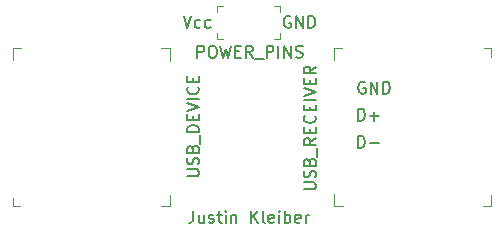
<source format=gbr>
G04 #@! TF.GenerationSoftware,KiCad,Pcbnew,5.1.2-f72e74a~84~ubuntu16.04.1*
G04 #@! TF.CreationDate,2019-07-15T19:55:09-04:00*
G04 #@! TF.ProjectId,usb-webcam-interface,7573622d-7765-4626-9361-6d2d696e7465,rev?*
G04 #@! TF.SameCoordinates,Original*
G04 #@! TF.FileFunction,Legend,Top*
G04 #@! TF.FilePolarity,Positive*
%FSLAX46Y46*%
G04 Gerber Fmt 4.6, Leading zero omitted, Abs format (unit mm)*
G04 Created by KiCad (PCBNEW 5.1.2-f72e74a~84~ubuntu16.04.1) date 2019-07-15 19:55:09*
%MOMM*%
%LPD*%
G04 APERTURE LIST*
%ADD10C,0.150000*%
%ADD11C,0.100000*%
G04 APERTURE END LIST*
D10*
X82129523Y-65492380D02*
X82462857Y-66492380D01*
X82796190Y-65492380D01*
X83558095Y-66444761D02*
X83462857Y-66492380D01*
X83272380Y-66492380D01*
X83177142Y-66444761D01*
X83129523Y-66397142D01*
X83081904Y-66301904D01*
X83081904Y-66016190D01*
X83129523Y-65920952D01*
X83177142Y-65873333D01*
X83272380Y-65825714D01*
X83462857Y-65825714D01*
X83558095Y-65873333D01*
X84415238Y-66444761D02*
X84320000Y-66492380D01*
X84129523Y-66492380D01*
X84034285Y-66444761D01*
X83986666Y-66397142D01*
X83939047Y-66301904D01*
X83939047Y-66016190D01*
X83986666Y-65920952D01*
X84034285Y-65873333D01*
X84129523Y-65825714D01*
X84320000Y-65825714D01*
X84415238Y-65873333D01*
X91178095Y-65540000D02*
X91082857Y-65492380D01*
X90940000Y-65492380D01*
X90797142Y-65540000D01*
X90701904Y-65635238D01*
X90654285Y-65730476D01*
X90606666Y-65920952D01*
X90606666Y-66063809D01*
X90654285Y-66254285D01*
X90701904Y-66349523D01*
X90797142Y-66444761D01*
X90940000Y-66492380D01*
X91035238Y-66492380D01*
X91178095Y-66444761D01*
X91225714Y-66397142D01*
X91225714Y-66063809D01*
X91035238Y-66063809D01*
X91654285Y-66492380D02*
X91654285Y-65492380D01*
X92225714Y-66492380D01*
X92225714Y-65492380D01*
X92701904Y-66492380D02*
X92701904Y-65492380D01*
X92940000Y-65492380D01*
X93082857Y-65540000D01*
X93178095Y-65635238D01*
X93225714Y-65730476D01*
X93273333Y-65920952D01*
X93273333Y-66063809D01*
X93225714Y-66254285D01*
X93178095Y-66349523D01*
X93082857Y-66444761D01*
X92940000Y-66492380D01*
X92701904Y-66492380D01*
X96909047Y-76652380D02*
X96909047Y-75652380D01*
X97147142Y-75652380D01*
X97290000Y-75700000D01*
X97385238Y-75795238D01*
X97432857Y-75890476D01*
X97480476Y-76080952D01*
X97480476Y-76223809D01*
X97432857Y-76414285D01*
X97385238Y-76509523D01*
X97290000Y-76604761D01*
X97147142Y-76652380D01*
X96909047Y-76652380D01*
X97909047Y-76271428D02*
X98670952Y-76271428D01*
X96909047Y-74362380D02*
X96909047Y-73362380D01*
X97147142Y-73362380D01*
X97290000Y-73410000D01*
X97385238Y-73505238D01*
X97432857Y-73600476D01*
X97480476Y-73790952D01*
X97480476Y-73933809D01*
X97432857Y-74124285D01*
X97385238Y-74219523D01*
X97290000Y-74314761D01*
X97147142Y-74362380D01*
X96909047Y-74362380D01*
X97909047Y-73981428D02*
X98670952Y-73981428D01*
X98290000Y-74362380D02*
X98290000Y-73600476D01*
X97498095Y-71120000D02*
X97402857Y-71072380D01*
X97260000Y-71072380D01*
X97117142Y-71120000D01*
X97021904Y-71215238D01*
X96974285Y-71310476D01*
X96926666Y-71500952D01*
X96926666Y-71643809D01*
X96974285Y-71834285D01*
X97021904Y-71929523D01*
X97117142Y-72024761D01*
X97260000Y-72072380D01*
X97355238Y-72072380D01*
X97498095Y-72024761D01*
X97545714Y-71977142D01*
X97545714Y-71643809D01*
X97355238Y-71643809D01*
X97974285Y-72072380D02*
X97974285Y-71072380D01*
X98545714Y-72072380D01*
X98545714Y-71072380D01*
X99021904Y-72072380D02*
X99021904Y-71072380D01*
X99260000Y-71072380D01*
X99402857Y-71120000D01*
X99498095Y-71215238D01*
X99545714Y-71310476D01*
X99593333Y-71500952D01*
X99593333Y-71643809D01*
X99545714Y-71834285D01*
X99498095Y-71929523D01*
X99402857Y-72024761D01*
X99260000Y-72072380D01*
X99021904Y-72072380D01*
X82939523Y-82002380D02*
X82939523Y-82716666D01*
X82891904Y-82859523D01*
X82796666Y-82954761D01*
X82653809Y-83002380D01*
X82558571Y-83002380D01*
X83844285Y-82335714D02*
X83844285Y-83002380D01*
X83415714Y-82335714D02*
X83415714Y-82859523D01*
X83463333Y-82954761D01*
X83558571Y-83002380D01*
X83701428Y-83002380D01*
X83796666Y-82954761D01*
X83844285Y-82907142D01*
X84272857Y-82954761D02*
X84368095Y-83002380D01*
X84558571Y-83002380D01*
X84653809Y-82954761D01*
X84701428Y-82859523D01*
X84701428Y-82811904D01*
X84653809Y-82716666D01*
X84558571Y-82669047D01*
X84415714Y-82669047D01*
X84320476Y-82621428D01*
X84272857Y-82526190D01*
X84272857Y-82478571D01*
X84320476Y-82383333D01*
X84415714Y-82335714D01*
X84558571Y-82335714D01*
X84653809Y-82383333D01*
X84987142Y-82335714D02*
X85368095Y-82335714D01*
X85130000Y-82002380D02*
X85130000Y-82859523D01*
X85177619Y-82954761D01*
X85272857Y-83002380D01*
X85368095Y-83002380D01*
X85701428Y-83002380D02*
X85701428Y-82335714D01*
X85701428Y-82002380D02*
X85653809Y-82050000D01*
X85701428Y-82097619D01*
X85749047Y-82050000D01*
X85701428Y-82002380D01*
X85701428Y-82097619D01*
X86177619Y-82335714D02*
X86177619Y-83002380D01*
X86177619Y-82430952D02*
X86225238Y-82383333D01*
X86320476Y-82335714D01*
X86463333Y-82335714D01*
X86558571Y-82383333D01*
X86606190Y-82478571D01*
X86606190Y-83002380D01*
X87844285Y-83002380D02*
X87844285Y-82002380D01*
X88415714Y-83002380D02*
X87987142Y-82430952D01*
X88415714Y-82002380D02*
X87844285Y-82573809D01*
X88987142Y-83002380D02*
X88891904Y-82954761D01*
X88844285Y-82859523D01*
X88844285Y-82002380D01*
X89749047Y-82954761D02*
X89653809Y-83002380D01*
X89463333Y-83002380D01*
X89368095Y-82954761D01*
X89320476Y-82859523D01*
X89320476Y-82478571D01*
X89368095Y-82383333D01*
X89463333Y-82335714D01*
X89653809Y-82335714D01*
X89749047Y-82383333D01*
X89796666Y-82478571D01*
X89796666Y-82573809D01*
X89320476Y-82669047D01*
X90225238Y-83002380D02*
X90225238Y-82335714D01*
X90225238Y-82002380D02*
X90177619Y-82050000D01*
X90225238Y-82097619D01*
X90272857Y-82050000D01*
X90225238Y-82002380D01*
X90225238Y-82097619D01*
X90701428Y-83002380D02*
X90701428Y-82002380D01*
X90701428Y-82383333D02*
X90796666Y-82335714D01*
X90987142Y-82335714D01*
X91082380Y-82383333D01*
X91130000Y-82430952D01*
X91177619Y-82526190D01*
X91177619Y-82811904D01*
X91130000Y-82907142D01*
X91082380Y-82954761D01*
X90987142Y-83002380D01*
X90796666Y-83002380D01*
X90701428Y-82954761D01*
X91987142Y-82954761D02*
X91891904Y-83002380D01*
X91701428Y-83002380D01*
X91606190Y-82954761D01*
X91558571Y-82859523D01*
X91558571Y-82478571D01*
X91606190Y-82383333D01*
X91701428Y-82335714D01*
X91891904Y-82335714D01*
X91987142Y-82383333D01*
X92034761Y-82478571D01*
X92034761Y-82573809D01*
X91558571Y-82669047D01*
X92463333Y-83002380D02*
X92463333Y-82335714D01*
X92463333Y-82526190D02*
X92510952Y-82430952D01*
X92558571Y-82383333D01*
X92653809Y-82335714D01*
X92749047Y-82335714D01*
D11*
X80985000Y-81605000D02*
X80260000Y-81605000D01*
X80985000Y-80655000D02*
X80985000Y-81605000D01*
X80985000Y-68255000D02*
X80185000Y-68255000D01*
X80985000Y-69280000D02*
X80985000Y-68255000D01*
X67655000Y-81605000D02*
X67655000Y-80905000D01*
X68305000Y-81605000D02*
X67655000Y-81605000D01*
X67655000Y-68255000D02*
X68330000Y-68255000D01*
X67655000Y-69230000D02*
X67655000Y-68255000D01*
X94855000Y-68255000D02*
X95580000Y-68255000D01*
X94855000Y-69205000D02*
X94855000Y-68255000D01*
X94855000Y-81605000D02*
X95655000Y-81605000D01*
X94855000Y-80580000D02*
X94855000Y-81605000D01*
X108185000Y-68255000D02*
X108185000Y-68955000D01*
X107535000Y-68255000D02*
X108185000Y-68255000D01*
X108185000Y-81605000D02*
X107510000Y-81605000D01*
X108185000Y-80630000D02*
X108185000Y-81605000D01*
X90260000Y-64640000D02*
X89760000Y-64640000D01*
X90260000Y-64640000D02*
X90260000Y-65140000D01*
X84960000Y-64640000D02*
X85460000Y-64640000D01*
X84960000Y-64640000D02*
X84960000Y-65140000D01*
X84960000Y-67440000D02*
X85460000Y-67440000D01*
X84960000Y-67440000D02*
X84960000Y-66940000D01*
X90260000Y-67440000D02*
X89760000Y-67440000D01*
X90260000Y-67440000D02*
X90260000Y-66940000D01*
D10*
X82427380Y-79069285D02*
X83236904Y-79069285D01*
X83332142Y-79021666D01*
X83379761Y-78974047D01*
X83427380Y-78878809D01*
X83427380Y-78688333D01*
X83379761Y-78593095D01*
X83332142Y-78545476D01*
X83236904Y-78497857D01*
X82427380Y-78497857D01*
X83379761Y-78069285D02*
X83427380Y-77926428D01*
X83427380Y-77688333D01*
X83379761Y-77593095D01*
X83332142Y-77545476D01*
X83236904Y-77497857D01*
X83141666Y-77497857D01*
X83046428Y-77545476D01*
X82998809Y-77593095D01*
X82951190Y-77688333D01*
X82903571Y-77878809D01*
X82855952Y-77974047D01*
X82808333Y-78021666D01*
X82713095Y-78069285D01*
X82617857Y-78069285D01*
X82522619Y-78021666D01*
X82475000Y-77974047D01*
X82427380Y-77878809D01*
X82427380Y-77640714D01*
X82475000Y-77497857D01*
X82903571Y-76735952D02*
X82951190Y-76593095D01*
X82998809Y-76545476D01*
X83094047Y-76497857D01*
X83236904Y-76497857D01*
X83332142Y-76545476D01*
X83379761Y-76593095D01*
X83427380Y-76688333D01*
X83427380Y-77069285D01*
X82427380Y-77069285D01*
X82427380Y-76735952D01*
X82475000Y-76640714D01*
X82522619Y-76593095D01*
X82617857Y-76545476D01*
X82713095Y-76545476D01*
X82808333Y-76593095D01*
X82855952Y-76640714D01*
X82903571Y-76735952D01*
X82903571Y-77069285D01*
X83522619Y-76307380D02*
X83522619Y-75545476D01*
X83427380Y-75307380D02*
X82427380Y-75307380D01*
X82427380Y-75069285D01*
X82475000Y-74926428D01*
X82570238Y-74831190D01*
X82665476Y-74783571D01*
X82855952Y-74735952D01*
X82998809Y-74735952D01*
X83189285Y-74783571D01*
X83284523Y-74831190D01*
X83379761Y-74926428D01*
X83427380Y-75069285D01*
X83427380Y-75307380D01*
X82903571Y-74307380D02*
X82903571Y-73974047D01*
X83427380Y-73831190D02*
X83427380Y-74307380D01*
X82427380Y-74307380D01*
X82427380Y-73831190D01*
X82427380Y-73545476D02*
X83427380Y-73212142D01*
X82427380Y-72878809D01*
X83427380Y-72545476D02*
X82427380Y-72545476D01*
X83332142Y-71497857D02*
X83379761Y-71545476D01*
X83427380Y-71688333D01*
X83427380Y-71783571D01*
X83379761Y-71926428D01*
X83284523Y-72021666D01*
X83189285Y-72069285D01*
X82998809Y-72116904D01*
X82855952Y-72116904D01*
X82665476Y-72069285D01*
X82570238Y-72021666D01*
X82475000Y-71926428D01*
X82427380Y-71783571D01*
X82427380Y-71688333D01*
X82475000Y-71545476D01*
X82522619Y-71497857D01*
X82903571Y-71069285D02*
X82903571Y-70735952D01*
X83427380Y-70593095D02*
X83427380Y-71069285D01*
X82427380Y-71069285D01*
X82427380Y-70593095D01*
X92317380Y-80171666D02*
X93126904Y-80171666D01*
X93222142Y-80124047D01*
X93269761Y-80076428D01*
X93317380Y-79981190D01*
X93317380Y-79790714D01*
X93269761Y-79695476D01*
X93222142Y-79647857D01*
X93126904Y-79600238D01*
X92317380Y-79600238D01*
X93269761Y-79171666D02*
X93317380Y-79028809D01*
X93317380Y-78790714D01*
X93269761Y-78695476D01*
X93222142Y-78647857D01*
X93126904Y-78600238D01*
X93031666Y-78600238D01*
X92936428Y-78647857D01*
X92888809Y-78695476D01*
X92841190Y-78790714D01*
X92793571Y-78981190D01*
X92745952Y-79076428D01*
X92698333Y-79124047D01*
X92603095Y-79171666D01*
X92507857Y-79171666D01*
X92412619Y-79124047D01*
X92365000Y-79076428D01*
X92317380Y-78981190D01*
X92317380Y-78743095D01*
X92365000Y-78600238D01*
X92793571Y-77838333D02*
X92841190Y-77695476D01*
X92888809Y-77647857D01*
X92984047Y-77600238D01*
X93126904Y-77600238D01*
X93222142Y-77647857D01*
X93269761Y-77695476D01*
X93317380Y-77790714D01*
X93317380Y-78171666D01*
X92317380Y-78171666D01*
X92317380Y-77838333D01*
X92365000Y-77743095D01*
X92412619Y-77695476D01*
X92507857Y-77647857D01*
X92603095Y-77647857D01*
X92698333Y-77695476D01*
X92745952Y-77743095D01*
X92793571Y-77838333D01*
X92793571Y-78171666D01*
X93412619Y-77409761D02*
X93412619Y-76647857D01*
X93317380Y-75838333D02*
X92841190Y-76171666D01*
X93317380Y-76409761D02*
X92317380Y-76409761D01*
X92317380Y-76028809D01*
X92365000Y-75933571D01*
X92412619Y-75885952D01*
X92507857Y-75838333D01*
X92650714Y-75838333D01*
X92745952Y-75885952D01*
X92793571Y-75933571D01*
X92841190Y-76028809D01*
X92841190Y-76409761D01*
X92793571Y-75409761D02*
X92793571Y-75076428D01*
X93317380Y-74933571D02*
X93317380Y-75409761D01*
X92317380Y-75409761D01*
X92317380Y-74933571D01*
X93222142Y-73933571D02*
X93269761Y-73981190D01*
X93317380Y-74124047D01*
X93317380Y-74219285D01*
X93269761Y-74362142D01*
X93174523Y-74457380D01*
X93079285Y-74505000D01*
X92888809Y-74552619D01*
X92745952Y-74552619D01*
X92555476Y-74505000D01*
X92460238Y-74457380D01*
X92365000Y-74362142D01*
X92317380Y-74219285D01*
X92317380Y-74124047D01*
X92365000Y-73981190D01*
X92412619Y-73933571D01*
X92793571Y-73505000D02*
X92793571Y-73171666D01*
X93317380Y-73028809D02*
X93317380Y-73505000D01*
X92317380Y-73505000D01*
X92317380Y-73028809D01*
X93317380Y-72600238D02*
X92317380Y-72600238D01*
X92317380Y-72266904D02*
X93317380Y-71933571D01*
X92317380Y-71600238D01*
X92793571Y-71266904D02*
X92793571Y-70933571D01*
X93317380Y-70790714D02*
X93317380Y-71266904D01*
X92317380Y-71266904D01*
X92317380Y-70790714D01*
X93317380Y-69790714D02*
X92841190Y-70124047D01*
X93317380Y-70362142D02*
X92317380Y-70362142D01*
X92317380Y-69981190D01*
X92365000Y-69885952D01*
X92412619Y-69838333D01*
X92507857Y-69790714D01*
X92650714Y-69790714D01*
X92745952Y-69838333D01*
X92793571Y-69885952D01*
X92841190Y-69981190D01*
X92841190Y-70362142D01*
X83301428Y-69032380D02*
X83301428Y-68032380D01*
X83682380Y-68032380D01*
X83777619Y-68080000D01*
X83825238Y-68127619D01*
X83872857Y-68222857D01*
X83872857Y-68365714D01*
X83825238Y-68460952D01*
X83777619Y-68508571D01*
X83682380Y-68556190D01*
X83301428Y-68556190D01*
X84491904Y-68032380D02*
X84682380Y-68032380D01*
X84777619Y-68080000D01*
X84872857Y-68175238D01*
X84920476Y-68365714D01*
X84920476Y-68699047D01*
X84872857Y-68889523D01*
X84777619Y-68984761D01*
X84682380Y-69032380D01*
X84491904Y-69032380D01*
X84396666Y-68984761D01*
X84301428Y-68889523D01*
X84253809Y-68699047D01*
X84253809Y-68365714D01*
X84301428Y-68175238D01*
X84396666Y-68080000D01*
X84491904Y-68032380D01*
X85253809Y-68032380D02*
X85491904Y-69032380D01*
X85682380Y-68318095D01*
X85872857Y-69032380D01*
X86110952Y-68032380D01*
X86491904Y-68508571D02*
X86825238Y-68508571D01*
X86968095Y-69032380D02*
X86491904Y-69032380D01*
X86491904Y-68032380D01*
X86968095Y-68032380D01*
X87968095Y-69032380D02*
X87634761Y-68556190D01*
X87396666Y-69032380D02*
X87396666Y-68032380D01*
X87777619Y-68032380D01*
X87872857Y-68080000D01*
X87920476Y-68127619D01*
X87968095Y-68222857D01*
X87968095Y-68365714D01*
X87920476Y-68460952D01*
X87872857Y-68508571D01*
X87777619Y-68556190D01*
X87396666Y-68556190D01*
X88158571Y-69127619D02*
X88920476Y-69127619D01*
X89158571Y-69032380D02*
X89158571Y-68032380D01*
X89539523Y-68032380D01*
X89634761Y-68080000D01*
X89682380Y-68127619D01*
X89730000Y-68222857D01*
X89730000Y-68365714D01*
X89682380Y-68460952D01*
X89634761Y-68508571D01*
X89539523Y-68556190D01*
X89158571Y-68556190D01*
X90158571Y-69032380D02*
X90158571Y-68032380D01*
X90634761Y-69032380D02*
X90634761Y-68032380D01*
X91206190Y-69032380D01*
X91206190Y-68032380D01*
X91634761Y-68984761D02*
X91777619Y-69032380D01*
X92015714Y-69032380D01*
X92110952Y-68984761D01*
X92158571Y-68937142D01*
X92206190Y-68841904D01*
X92206190Y-68746666D01*
X92158571Y-68651428D01*
X92110952Y-68603809D01*
X92015714Y-68556190D01*
X91825238Y-68508571D01*
X91730000Y-68460952D01*
X91682380Y-68413333D01*
X91634761Y-68318095D01*
X91634761Y-68222857D01*
X91682380Y-68127619D01*
X91730000Y-68080000D01*
X91825238Y-68032380D01*
X92063333Y-68032380D01*
X92206190Y-68080000D01*
M02*

</source>
